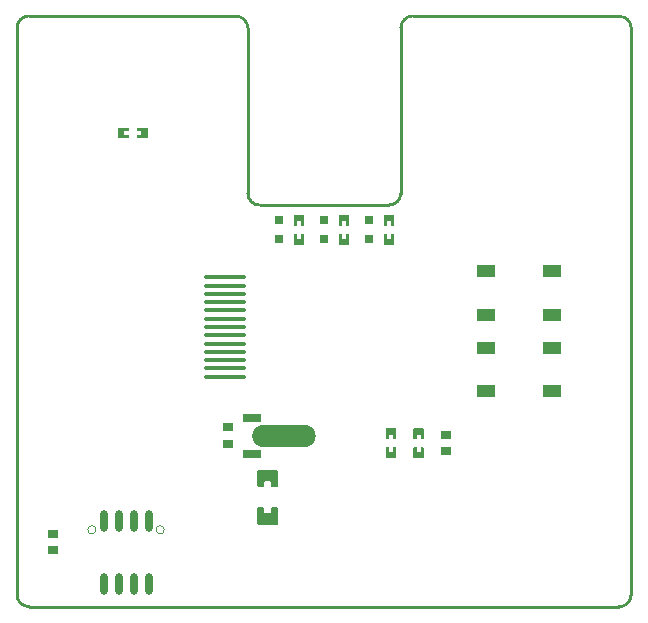
<source format=gtp>
G04*
G04 #@! TF.GenerationSoftware,Altium Limited,Altium Designer,22.0.2 (36)*
G04*
G04 Layer_Color=8421504*
%FSLAX24Y24*%
%MOIN*%
G70*
G04*
G04 #@! TF.SameCoordinates,D7CE2511-F244-4390-A2D0-A891EFF9428C*
G04*
G04*
G04 #@! TF.FilePolarity,Positive*
G04*
G01*
G75*
%ADD10C,0.0100*%
%ADD15C,0.0002*%
%ADD16R,0.0354X0.0315*%
%ADD17O,0.0248X0.0734*%
G04:AMPARAMS|DCode=18|XSize=15.7mil|YSize=137.8mil|CornerRadius=3.9mil|HoleSize=0mil|Usage=FLASHONLY|Rotation=270.000|XOffset=0mil|YOffset=0mil|HoleType=Round|Shape=RoundedRectangle|*
%AMROUNDEDRECTD18*
21,1,0.0157,0.1299,0,0,270.0*
21,1,0.0079,0.1378,0,0,270.0*
1,1,0.0079,-0.0650,-0.0039*
1,1,0.0079,-0.0650,0.0039*
1,1,0.0079,0.0650,0.0039*
1,1,0.0079,0.0650,-0.0039*
%
%ADD18ROUNDEDRECTD18*%
%ADD19O,0.2117X0.0748*%
%ADD20R,0.0620X0.0265*%
%ADD21R,0.0315X0.0315*%
%ADD22R,0.0630X0.0394*%
G36*
X4346Y15948D02*
Y15633D01*
X4327Y15613D01*
X4012D01*
X3992Y15633D01*
Y15728D01*
X4138D01*
Y15858D01*
X3992D01*
Y15948D01*
X4012Y15968D01*
X4327D01*
X4346Y15948D01*
D02*
G37*
G36*
X3716D02*
Y15858D01*
X3567D01*
Y15728D01*
X3716D01*
Y15633D01*
X3697Y15613D01*
X3386D01*
X3366Y15633D01*
Y15948D01*
X3386Y15968D01*
X3697D01*
X3716Y15948D01*
D02*
G37*
G36*
X12568Y13020D02*
Y12709D01*
X12548Y12690D01*
X12458D01*
Y12839D01*
X12328D01*
Y12690D01*
X12233D01*
X12213Y12709D01*
Y13020D01*
X12233Y13040D01*
X12548D01*
X12568Y13020D01*
D02*
G37*
G36*
X11068D02*
Y12709D01*
X11048Y12690D01*
X10958D01*
Y12839D01*
X10828D01*
Y12690D01*
X10733D01*
X10713Y12709D01*
Y13020D01*
X10733Y13040D01*
X11048D01*
X11068Y13020D01*
D02*
G37*
G36*
X9568D02*
Y12709D01*
X9548Y12690D01*
X9458D01*
Y12839D01*
X9328D01*
Y12690D01*
X9233D01*
X9213Y12709D01*
Y13020D01*
X9233Y13040D01*
X9548D01*
X9568Y13020D01*
D02*
G37*
G36*
X12568Y12394D02*
Y12080D01*
X12548Y12060D01*
X12233D01*
X12213Y12080D01*
Y12394D01*
X12233Y12414D01*
X12328D01*
Y12269D01*
X12458D01*
Y12414D01*
X12548D01*
X12568Y12394D01*
D02*
G37*
G36*
X11068D02*
Y12080D01*
X11048Y12060D01*
X10733D01*
X10713Y12080D01*
Y12394D01*
X10733Y12414D01*
X10828D01*
Y12269D01*
X10958D01*
Y12414D01*
X11048D01*
X11068Y12394D01*
D02*
G37*
G36*
X9568D02*
Y12080D01*
X9548Y12060D01*
X9233D01*
X9213Y12080D01*
Y12394D01*
X9233Y12414D01*
X9328D01*
Y12269D01*
X9458D01*
Y12414D01*
X9548D01*
X9568Y12394D01*
D02*
G37*
G36*
X13565Y5920D02*
Y5606D01*
X13545Y5586D01*
X13450D01*
Y5731D01*
X13320D01*
Y5586D01*
X13230D01*
X13210Y5606D01*
Y5920D01*
X13230Y5940D01*
X13545D01*
X13565Y5920D01*
D02*
G37*
G36*
X12635D02*
Y5606D01*
X12616Y5586D01*
X12520D01*
Y5731D01*
X12391D01*
Y5586D01*
X12301D01*
X12281Y5606D01*
Y5920D01*
X12301Y5940D01*
X12616D01*
X12635Y5920D01*
D02*
G37*
G36*
X13565Y5291D02*
Y4980D01*
X13545Y4960D01*
X13230D01*
X13210Y4980D01*
Y5291D01*
X13230Y5310D01*
X13320D01*
Y5161D01*
X13450D01*
Y5310D01*
X13545D01*
X13565Y5291D01*
D02*
G37*
G36*
X12635D02*
Y4980D01*
X12616Y4960D01*
X12301D01*
X12281Y4980D01*
Y5291D01*
X12301Y5310D01*
X12391D01*
Y5161D01*
X12520D01*
Y5310D01*
X12616D01*
X12635Y5291D01*
D02*
G37*
G36*
X8690Y4530D02*
Y4024D01*
X8651Y3985D01*
X8505D01*
X8466Y4024D01*
Y4144D01*
X8426Y4183D01*
X8274D01*
X8234Y4144D01*
Y4024D01*
X8195Y3985D01*
X8049D01*
X8010Y4024D01*
Y4530D01*
X8049Y4569D01*
X8651D01*
X8690Y4530D01*
D02*
G37*
G36*
Y3276D02*
Y2770D01*
X8651Y2731D01*
X8049D01*
X8010Y2770D01*
Y3276D01*
X8049Y3315D01*
X8195D01*
X8234Y3276D01*
Y3156D01*
X8274Y3117D01*
X8426D01*
X8466Y3156D01*
Y3276D01*
X8505Y3315D01*
X8651D01*
X8690Y3276D01*
D02*
G37*
D10*
X387Y19685D02*
G03*
X-6Y19291I0J-394D01*
G01*
Y394D02*
G03*
X387Y0I394J0D01*
G01*
X20072D02*
G03*
X20466Y394I0J394D01*
G01*
Y19291D02*
G03*
X20072Y19685I-394J0D01*
G01*
X7687Y13780D02*
G03*
X8081Y13386I394J0D01*
G01*
X12395D02*
G03*
X12789Y13780I0J394D01*
G01*
X13183Y19685D02*
G03*
X12789Y19291I0J-394D01*
G01*
X7687D02*
G03*
X7294Y19685I-394J0D01*
G01*
X-6Y394D02*
Y19291D01*
X20466Y394D02*
Y19291D01*
X387Y19685D02*
X7294Y19685D01*
X387Y0D02*
X20072D01*
X13183Y19685D02*
X20072D01*
X8082Y13386D02*
X12395D01*
X12789Y13770D02*
Y19306D01*
X7687Y13782D02*
Y19291D01*
D15*
X2629Y2564D02*
G03*
X2629Y2564I-138J0D01*
G01*
X4904D02*
G03*
X4904Y2564I-138J0D01*
G01*
D16*
X1200Y2426D02*
D03*
Y1874D02*
D03*
X14287Y5726D02*
D03*
Y5174D02*
D03*
X7037Y5976D02*
D03*
Y5424D02*
D03*
D17*
X2879Y744D02*
D03*
X3379D02*
D03*
X3879D02*
D03*
X4379D02*
D03*
X2879Y2856D02*
D03*
X3379D02*
D03*
X3879D02*
D03*
X4379D02*
D03*
D18*
X6937Y10423D02*
D03*
Y10698D02*
D03*
Y9596D02*
D03*
Y9872D02*
D03*
Y8769D02*
D03*
Y9045D02*
D03*
Y7943D02*
D03*
Y8218D02*
D03*
Y10974D02*
D03*
Y7667D02*
D03*
Y8494D02*
D03*
Y9320D02*
D03*
Y10147D02*
D03*
D19*
X8905Y5687D02*
D03*
D20*
X7837Y5100D02*
D03*
Y6281D02*
D03*
D21*
X8739Y12885D02*
D03*
X8741Y12255D02*
D03*
X10237Y12885D02*
D03*
X10239Y12255D02*
D03*
X11739Y12885D02*
D03*
X11741Y12255D02*
D03*
D22*
X17840Y7172D02*
D03*
X15635D02*
D03*
X17840Y8628D02*
D03*
X15635D02*
D03*
X17840Y9722D02*
D03*
X15635D02*
D03*
X17840Y11178D02*
D03*
X15635D02*
D03*
M02*

</source>
